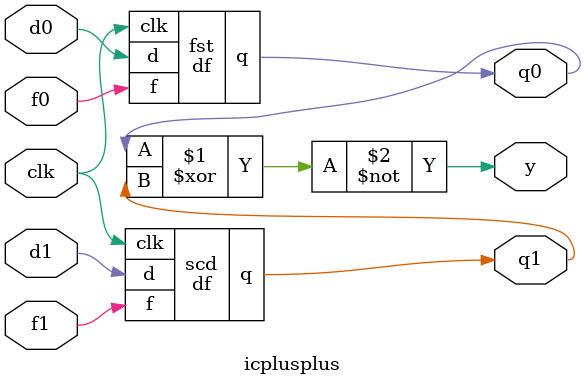
<source format=v>
`timescale 1ns / 1ps

module df(
    input d,
    input f,
    input clk,
    output reg q
    );
    
    initial begin
        q = 0;
    end
	
    // write your code here
    always @(posedge clk)
    begin
    if (f == 0)
        q <= ~d;
    else if (d == 1)
        q <= ~q;
    end
    
endmodule

module icplusplus(
    input d0,
    input f0,
    input d1,
    input f1,
    input clk,
    output q0,
    output q1,
    output y
    );

    df fst (d0, f0, clk, q0);
    df scd (d1, f1, clk, q1);
    
    assign y = ~(q0 ^ q1);
    
endmodule
</source>
